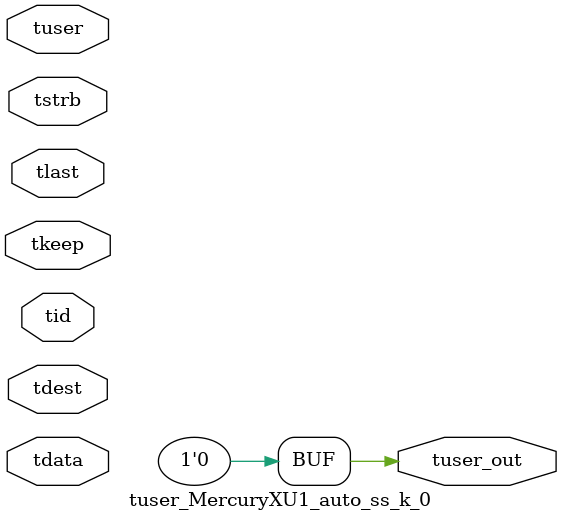
<source format=v>


`timescale 1ps/1ps

module tuser_MercuryXU1_auto_ss_k_0 #
(
parameter C_S_AXIS_TUSER_WIDTH = 1,
parameter C_S_AXIS_TDATA_WIDTH = 32,
parameter C_S_AXIS_TID_WIDTH   = 0,
parameter C_S_AXIS_TDEST_WIDTH = 0,
parameter C_M_AXIS_TUSER_WIDTH = 1
)
(
input  [(C_S_AXIS_TUSER_WIDTH == 0 ? 1 : C_S_AXIS_TUSER_WIDTH)-1:0     ] tuser,
input  [(C_S_AXIS_TDATA_WIDTH == 0 ? 1 : C_S_AXIS_TDATA_WIDTH)-1:0     ] tdata,
input  [(C_S_AXIS_TID_WIDTH   == 0 ? 1 : C_S_AXIS_TID_WIDTH)-1:0       ] tid,
input  [(C_S_AXIS_TDEST_WIDTH == 0 ? 1 : C_S_AXIS_TDEST_WIDTH)-1:0     ] tdest,
input  [(C_S_AXIS_TDATA_WIDTH/8)-1:0 ] tkeep,
input  [(C_S_AXIS_TDATA_WIDTH/8)-1:0 ] tstrb,
input                                                                    tlast,
output [C_M_AXIS_TUSER_WIDTH-1:0] tuser_out
);

assign tuser_out = {1'b0};

endmodule


</source>
